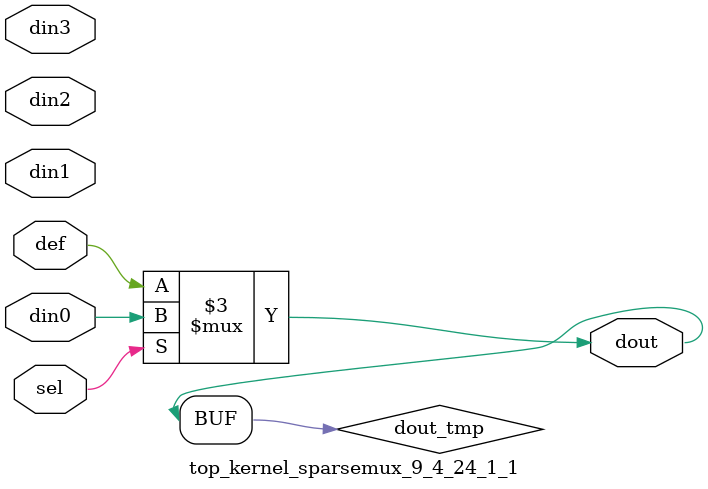
<source format=v>
`timescale 1ns / 1ps

module top_kernel_sparsemux_9_4_24_1_1 (din0,din1,din2,din3,def,sel,dout);

parameter din0_WIDTH = 1;

parameter din1_WIDTH = 1;

parameter din2_WIDTH = 1;

parameter din3_WIDTH = 1;

parameter def_WIDTH = 1;
parameter sel_WIDTH = 1;
parameter dout_WIDTH = 1;

parameter [sel_WIDTH-1:0] CASE0 = 1;

parameter [sel_WIDTH-1:0] CASE1 = 1;

parameter [sel_WIDTH-1:0] CASE2 = 1;

parameter [sel_WIDTH-1:0] CASE3 = 1;

parameter ID = 1;
parameter NUM_STAGE = 1;



input [din0_WIDTH-1:0] din0;

input [din1_WIDTH-1:0] din1;

input [din2_WIDTH-1:0] din2;

input [din3_WIDTH-1:0] din3;

input [def_WIDTH-1:0] def;
input [sel_WIDTH-1:0] sel;

output [dout_WIDTH-1:0] dout;



reg [dout_WIDTH-1:0] dout_tmp;


always @ (*) begin
(* parallel_case *) case (sel)
    
    CASE0 : dout_tmp = din0;
    
    CASE1 : dout_tmp = din1;
    
    CASE2 : dout_tmp = din2;
    
    CASE3 : dout_tmp = din3;
    
    default : dout_tmp = def;
endcase
end


assign dout = dout_tmp;



endmodule

</source>
